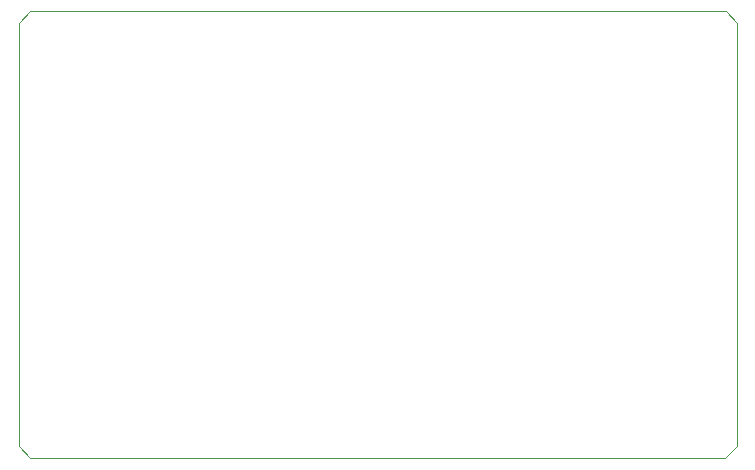
<source format=gbr>
G04 #@! TF.GenerationSoftware,KiCad,Pcbnew,5.1.2-f72e74a~84~ubuntu18.04.1*
G04 #@! TF.CreationDate,2019-07-19T22:50:41+02:00*
G04 #@! TF.ProjectId,Axiface,41786966-6163-4652-9e6b-696361645f70,rev?*
G04 #@! TF.SameCoordinates,Original*
G04 #@! TF.FileFunction,Profile,NP*
%FSLAX46Y46*%
G04 Gerber Fmt 4.6, Leading zero omitted, Abs format (unit mm)*
G04 Created by KiCad (PCBNEW 5.1.2-f72e74a~84~ubuntu18.04.1) date 2019-07-19 22:50:41*
%MOMM*%
%LPD*%
G04 APERTURE LIST*
%ADD10C,0.100000*%
G04 APERTURE END LIST*
D10*
X89646000Y-97790000D02*
X88646000Y-98790000D01*
X88646000Y-134636000D02*
X89646000Y-135636000D01*
X148479000Y-135636000D02*
X149479000Y-134610600D01*
X148500000Y-97790000D02*
X149479000Y-98790000D01*
X89646000Y-97790000D02*
X148500000Y-97790000D01*
X88646000Y-134636000D02*
X88646000Y-98790000D01*
X148479000Y-135636000D02*
X89646000Y-135636000D01*
X149479000Y-98790000D02*
X149479000Y-134610600D01*
M02*

</source>
